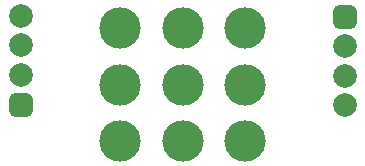
<source format=gbr>
%TF.GenerationSoftware,KiCad,Pcbnew,9.0.2*%
%TF.CreationDate,2025-07-08T13:29:16-05:00*%
%TF.ProjectId,3PDT Footswitch,33504454-2046-46f6-9f74-737769746368,rev?*%
%TF.SameCoordinates,Original*%
%TF.FileFunction,Soldermask,Bot*%
%TF.FilePolarity,Negative*%
%FSLAX46Y46*%
G04 Gerber Fmt 4.6, Leading zero omitted, Abs format (unit mm)*
G04 Created by KiCad (PCBNEW 9.0.2) date 2025-07-08 13:29:16*
%MOMM*%
%LPD*%
G01*
G04 APERTURE LIST*
G04 Aperture macros list*
%AMRoundRect*
0 Rectangle with rounded corners*
0 $1 Rounding radius*
0 $2 $3 $4 $5 $6 $7 $8 $9 X,Y pos of 4 corners*
0 Add a 4 corners polygon primitive as box body*
4,1,4,$2,$3,$4,$5,$6,$7,$8,$9,$2,$3,0*
0 Add four circle primitives for the rounded corners*
1,1,$1+$1,$2,$3*
1,1,$1+$1,$4,$5*
1,1,$1+$1,$6,$7*
1,1,$1+$1,$8,$9*
0 Add four rect primitives between the rounded corners*
20,1,$1+$1,$2,$3,$4,$5,0*
20,1,$1+$1,$4,$5,$6,$7,0*
20,1,$1+$1,$6,$7,$8,$9,0*
20,1,$1+$1,$8,$9,$2,$3,0*%
G04 Aperture macros list end*
%ADD10RoundRect,0.500000X0.500000X-0.500000X0.500000X0.500000X-0.500000X0.500000X-0.500000X-0.500000X0*%
%ADD11C,2.000000*%
%ADD12RoundRect,0.500000X-0.500000X0.500000X-0.500000X-0.500000X0.500000X-0.500000X0.500000X0.500000X0*%
%ADD13C,3.500000*%
G04 APERTURE END LIST*
D10*
%TO.C,J2*%
X11684000Y23722000D03*
D11*
X11684000Y26222000D03*
X11684000Y28722000D03*
X11684000Y31222000D03*
%TD*%
D12*
%TO.C,J1*%
X39116000Y31142000D03*
D11*
X39116000Y28642000D03*
X39116000Y26142000D03*
X39116000Y23642000D03*
%TD*%
D13*
%TO.C,SW1*%
X20100000Y20600000D03*
X20100000Y25400000D03*
X20100000Y30200000D03*
X25400000Y20600000D03*
X25400000Y25400000D03*
X25400000Y30200000D03*
X30700000Y20600000D03*
X30700000Y25400000D03*
X30700000Y30200000D03*
%TD*%
M02*

</source>
